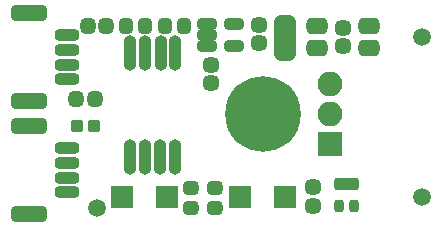
<source format=gbr>
%TF.GenerationSoftware,KiCad,Pcbnew,6.0.11+dfsg-1~bpo11+1*%
%TF.CreationDate,2023-05-27T16:07:54+00:00*%
%TF.ProjectId,TFRPM01,54465250-4d30-4312-9e6b-696361645f70,rev?*%
%TF.SameCoordinates,PX7e721e0PY7e33658*%
%TF.FileFunction,Soldermask,Bot*%
%TF.FilePolarity,Negative*%
%FSLAX46Y46*%
G04 Gerber Fmt 4.6, Leading zero omitted, Abs format (unit mm)*
G04 Created by KiCad (PCBNEW 6.0.11+dfsg-1~bpo11+1) date 2023-05-27 16:07:54*
%MOMM*%
%LPD*%
G01*
G04 APERTURE LIST*
G04 Aperture macros list*
%AMRoundRect*
0 Rectangle with rounded corners*
0 $1 Rounding radius*
0 $2 $3 $4 $5 $6 $7 $8 $9 X,Y pos of 4 corners*
0 Add a 4 corners polygon primitive as box body*
4,1,4,$2,$3,$4,$5,$6,$7,$8,$9,$2,$3,0*
0 Add four circle primitives for the rounded corners*
1,1,$1+$1,$2,$3*
1,1,$1+$1,$4,$5*
1,1,$1+$1,$6,$7*
1,1,$1+$1,$8,$9*
0 Add four rect primitives between the rounded corners*
20,1,$1+$1,$2,$3,$4,$5,0*
20,1,$1+$1,$4,$5,$6,$7,0*
20,1,$1+$1,$6,$7,$8,$9,0*
20,1,$1+$1,$8,$9,$2,$3,0*%
%AMFreePoly0*
4,1,41,0.636777,0.930194,0.706366,0.874698,0.744986,0.794504,0.750000,0.750000,0.750000,-0.750000,0.730194,-0.836777,0.674698,-0.906366,0.594504,-0.944986,0.550000,-0.950000,0.000000,-0.950000,-0.023504,-0.944635,-0.083606,-0.943534,-0.139582,-0.934468,-0.274897,-0.892193,-0.326080,-0.867780,-0.444090,-0.789225,-0.486362,-0.751429,-0.577582,-0.642910,-0.607548,-0.594768,-0.664643,-0.465009,
-0.679893,-0.410393,-0.697476,-0.275933,-0.697084,-0.275882,-0.700000,-0.250000,-0.700000,0.250000,-0.697921,0.259109,-0.697582,0.286880,-0.675771,0.426957,-0.659192,0.481183,-0.598944,0.609508,-0.567811,0.656904,-0.473967,0.763162,-0.430783,0.799915,-0.310888,0.875563,-0.259125,0.898717,-0.122818,0.937674,-0.066635,0.945370,-0.042411,0.945222,0.000000,0.950000,0.550000,0.950000,
0.636777,0.930194,0.636777,0.930194,$1*%
%AMFreePoly1*
4,1,41,0.022678,0.944824,0.075125,0.944504,0.131210,0.936123,0.267031,0.895504,0.318507,0.871718,0.437469,0.794611,0.480202,0.757333,0.572740,0.649936,0.603290,0.602165,0.661967,0.473113,0.677883,0.418686,0.697980,0.278353,0.700000,0.250000,0.700000,-0.250000,0.699985,-0.252439,0.699836,-0.264655,0.697079,-0.295398,0.673559,-0.435199,0.656318,-0.489221,0.594506,-0.616800,
0.562797,-0.663810,0.467662,-0.768914,0.424032,-0.805137,0.303222,-0.879314,0.251181,-0.901834,0.114408,-0.939123,0.058135,-0.946132,0.037663,-0.945757,0.000000,-0.950000,-0.550000,-0.950000,-0.636777,-0.930194,-0.706366,-0.874698,-0.744986,-0.794504,-0.750000,-0.750000,-0.750000,0.750000,-0.730194,0.836777,-0.674698,0.906366,-0.594504,0.944986,-0.550000,0.950000,0.000000,0.950000,
0.022678,0.944824,0.022678,0.944824,$1*%
G04 Aperture macros list end*
%ADD10RoundRect,0.200000X-0.300000X-0.350000X0.300000X-0.350000X0.300000X0.350000X-0.300000X0.350000X0*%
%ADD11C,6.400000*%
%ADD12RoundRect,0.400000X0.200000X0.275000X-0.200000X0.275000X-0.200000X-0.275000X0.200000X-0.275000X0*%
%ADD13RoundRect,0.200000X-0.850000X-0.850000X0.850000X-0.850000X0.850000X0.850000X-0.850000X0.850000X0*%
%ADD14O,2.100000X2.100000*%
%ADD15RoundRect,0.350000X-0.512500X-0.150000X0.512500X-0.150000X0.512500X0.150000X-0.512500X0.150000X0*%
%ADD16RoundRect,0.425000X0.225000X0.250000X-0.225000X0.250000X-0.225000X-0.250000X0.225000X-0.250000X0*%
%ADD17RoundRect,0.350000X0.700000X-0.150000X0.700000X0.150000X-0.700000X0.150000X-0.700000X-0.150000X0*%
%ADD18RoundRect,0.450000X1.100000X-0.250000X1.100000X0.250000X-1.100000X0.250000X-1.100000X-0.250000X0*%
%ADD19RoundRect,0.400000X-0.275000X0.200000X-0.275000X-0.200000X0.275000X-0.200000X0.275000X0.200000X0*%
%ADD20RoundRect,0.450000X-0.450000X0.262500X-0.450000X-0.262500X0.450000X-0.262500X0.450000X0.262500X0*%
%ADD21RoundRect,0.450000X0.450000X-0.262500X0.450000X0.262500X-0.450000X0.262500X-0.450000X-0.262500X0*%
%ADD22RoundRect,0.425000X-0.250000X0.225000X-0.250000X-0.225000X0.250000X-0.225000X0.250000X0.225000X0*%
%ADD23O,1.100000X3.000000*%
%ADD24RoundRect,0.425000X0.250000X-0.225000X0.250000X0.225000X-0.250000X0.225000X-0.250000X-0.225000X0*%
%ADD25RoundRect,0.200000X0.750000X0.750000X-0.750000X0.750000X-0.750000X-0.750000X0.750000X-0.750000X0*%
%ADD26RoundRect,0.200000X-0.750000X-0.750000X0.750000X-0.750000X0.750000X0.750000X-0.750000X0.750000X0*%
%ADD27C,1.500000*%
%ADD28RoundRect,0.200000X-0.200000X0.325000X-0.200000X-0.325000X0.200000X-0.325000X0.200000X0.325000X0*%
%ADD29RoundRect,0.400000X0.275000X-0.200000X0.275000X0.200000X-0.275000X0.200000X-0.275000X-0.200000X0*%
%ADD30FreePoly0,270.000000*%
%ADD31RoundRect,0.200000X-0.750000X0.500000X-0.750000X-0.500000X0.750000X-0.500000X0.750000X0.500000X0*%
%ADD32FreePoly1,270.000000*%
G04 APERTURE END LIST*
D10*
%TO.C,D1*%
X-14286000Y-1016000D03*
X-15686000Y-1016000D03*
%TD*%
D11*
%TO.C,M2*%
X0Y0D03*
%TD*%
D12*
%TO.C,R10*%
X-6617000Y7425096D03*
X-8267000Y7425096D03*
%TD*%
D13*
%TO.C,J1*%
X5715000Y-2540000D03*
D14*
X5715000Y0D03*
X5715000Y2540000D03*
%TD*%
D15*
%TO.C,U3*%
X-4679500Y5725096D03*
X-4679500Y6675096D03*
X-4679500Y7625096D03*
X-2404500Y7625096D03*
X-2404500Y5725096D03*
%TD*%
D16*
%TO.C,C3*%
X-14211000Y1270000D03*
X-15761000Y1270000D03*
%TD*%
%TO.C,C4*%
X-13267000Y7425096D03*
X-14817000Y7425096D03*
%TD*%
D17*
%TO.C,J2*%
X-16588000Y2931096D03*
X-16588000Y4181096D03*
X-16588000Y5431096D03*
X-16588000Y6681096D03*
D18*
X-19788000Y8531096D03*
X-19788000Y1081096D03*
%TD*%
D19*
%TO.C,R4*%
X-4064000Y-6287000D03*
X-4064000Y-7937000D03*
%TD*%
D20*
%TO.C,R1*%
X9008000Y7437596D03*
X9008000Y5612596D03*
%TD*%
D21*
%TO.C,R2*%
X4572000Y5612596D03*
X4572000Y7437596D03*
%TD*%
D12*
%TO.C,R3*%
X-9917000Y7425096D03*
X-11567000Y7425096D03*
%TD*%
D22*
%TO.C,C6*%
X4300000Y-6225000D03*
X4300000Y-7775000D03*
%TD*%
D17*
%TO.C,J3*%
X-16588000Y-6643904D03*
X-16588000Y-5393904D03*
X-16588000Y-4143904D03*
X-16588000Y-2893904D03*
D18*
X-19788000Y-8493904D03*
X-19788000Y-1043904D03*
%TD*%
D22*
%TO.C,C5*%
X-4343400Y4150296D03*
X-4343400Y2600296D03*
%TD*%
D23*
%TO.C,U1*%
X-7387000Y-3638000D03*
X-8657000Y-3638000D03*
X-9927000Y-3638000D03*
X-11202000Y-3638000D03*
X-11197000Y5162000D03*
X-9927000Y5162000D03*
X-8592000Y5162000D03*
X-7387000Y5162000D03*
%TD*%
D24*
%TO.C,C1*%
X-292000Y6000096D03*
X-292000Y7550096D03*
%TD*%
%TO.C,C2*%
X6790000Y5750096D03*
X6790000Y7300096D03*
%TD*%
D25*
%TO.C,D2*%
X1880000Y-7000000D03*
D26*
X-1880000Y-7000000D03*
%TD*%
D27*
%TO.C,FID3*%
X-14000000Y-8000000D03*
%TD*%
D28*
%TO.C,U2*%
X6462000Y-5910904D03*
X7112000Y-5910904D03*
X7762000Y-5910904D03*
X7762000Y-7810904D03*
X6462000Y-7810904D03*
%TD*%
D29*
%TO.C,R5*%
X-6096000Y-7937000D03*
X-6096000Y-6287000D03*
%TD*%
D27*
%TO.C,FID1*%
X13500000Y6500000D03*
%TD*%
D25*
%TO.C,D3*%
X-8120000Y-7000000D03*
D26*
X-11880000Y-7000000D03*
%TD*%
D27*
%TO.C,FID2*%
X13500000Y-7000000D03*
%TD*%
D30*
%TO.C,JP2*%
X1887500Y7725096D03*
D31*
X1887500Y6425096D03*
D32*
X1887500Y5125096D03*
%TD*%
M02*

</source>
